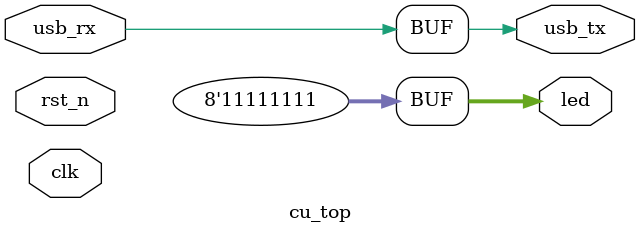
<source format=v>
module cu_top(
    input clk,              // 100MHz clock
    input rst_n,            // reset button (active low)
    output [7:0] led,       // 8 user controllable LEDs
    input usb_rx,           // USB->Serial input
    output usb_tx           // USB->Serial output
    );
    
    wire rst;
    
    // The reset conditioner is used to synchronize the reset signal to the FPGA
    // clock. This ensures the entire FPGA comes out of reset at the same time.
    reset_conditioner reset_conditioner(.clk(clk), .in(!rst_n), .out(rst));
    
    assign led = 8'hff;      // turn LEDs on

    assign usb_tx = usb_rx;  // echo the serial data
    
endmodule
</source>
